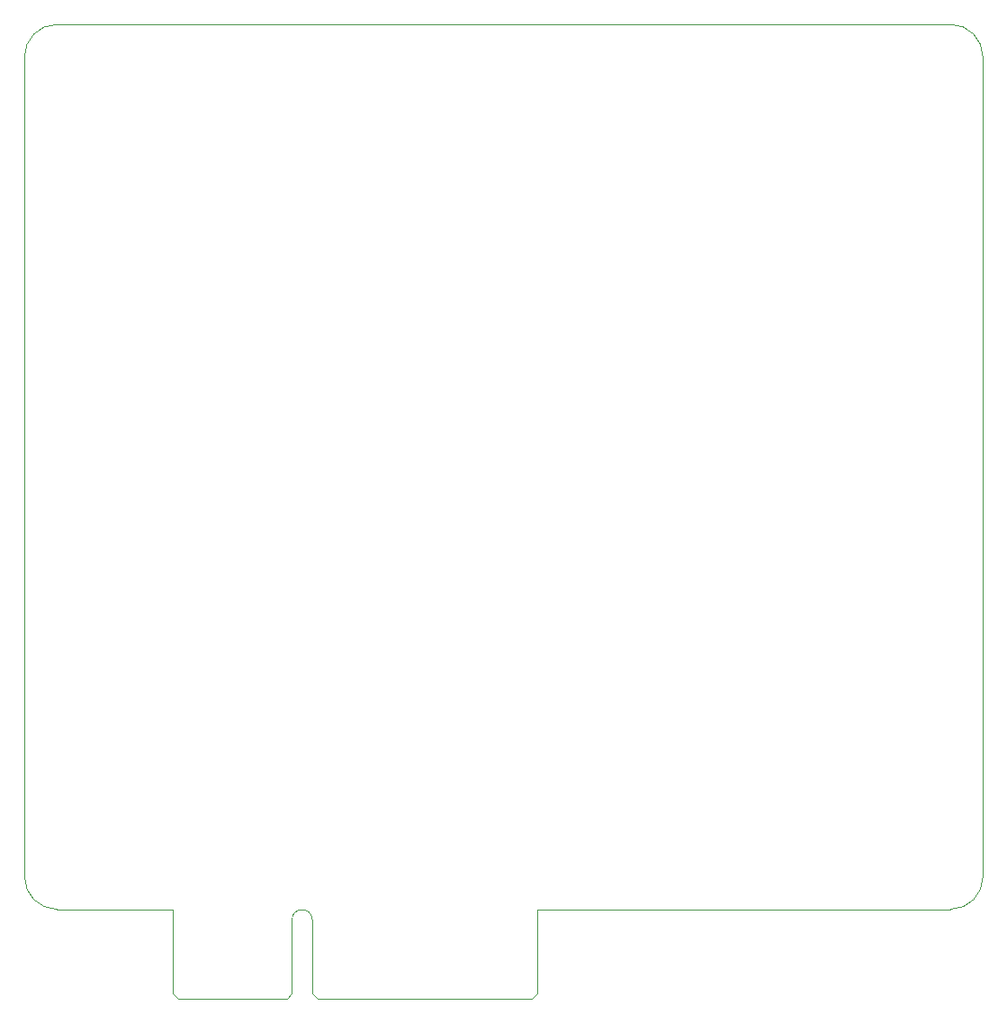
<source format=gbr>
%TF.GenerationSoftware,KiCad,Pcbnew,7.0.8*%
%TF.CreationDate,2023-11-11T12:02:15+01:00*%
%TF.ProjectId,Rhapsody_IQ,52686170-736f-4647-995f-49512e6b6963,rev?*%
%TF.SameCoordinates,Original*%
%TF.FileFunction,Profile,NP*%
%FSLAX46Y46*%
G04 Gerber Fmt 4.6, Leading zero omitted, Abs format (unit mm)*
G04 Created by KiCad (PCBNEW 7.0.8) date 2023-11-11 12:02:15*
%MOMM*%
%LPD*%
G01*
G04 APERTURE LIST*
%TA.AperFunction,Profile*%
%ADD10C,0.100000*%
%TD*%
G04 APERTURE END LIST*
D10*
X116956000Y-111805000D02*
X106041262Y-111760000D01*
X193170739Y-108712000D02*
X193167000Y-31624869D01*
X190122739Y-111760039D02*
G75*
G03*
X193170739Y-108712000I-39J3048039D01*
G01*
X193167031Y-31624869D02*
G75*
G03*
X190119000Y-28576869I-3048031J-31D01*
G01*
X106041261Y-28573061D02*
G75*
G03*
X102993261Y-31621130I39J-3048039D01*
G01*
X151256000Y-111805000D02*
X190122739Y-111760000D01*
X102993300Y-108712000D02*
G75*
G03*
X106041262Y-111760000I3048000J0D01*
G01*
X102993262Y-108712000D02*
X102993261Y-31621130D01*
X102993262Y-108712000D02*
X102993262Y-108712000D01*
X190119000Y-28576869D02*
X106041261Y-28573130D01*
%TO.C,J501*%
X116956000Y-111805000D02*
X116956000Y-119705000D01*
X116956000Y-119705000D02*
X117456000Y-120205000D01*
X117456000Y-120205000D02*
X127656000Y-120205000D01*
X128156000Y-112755000D02*
X128156000Y-119705000D01*
X128156000Y-119705000D02*
X127656000Y-120205000D01*
X130056000Y-112755000D02*
X130056000Y-119705000D01*
X130056000Y-119705000D02*
X130556000Y-120205000D01*
X130556000Y-120205000D02*
X150756000Y-120205000D01*
X151256000Y-111805000D02*
X151256000Y-119705000D01*
X151256000Y-119705000D02*
X150756000Y-120205000D01*
X130056000Y-112755000D02*
G75*
G03*
X128156000Y-112755000I-950000J0D01*
G01*
%TD*%
M02*

</source>
